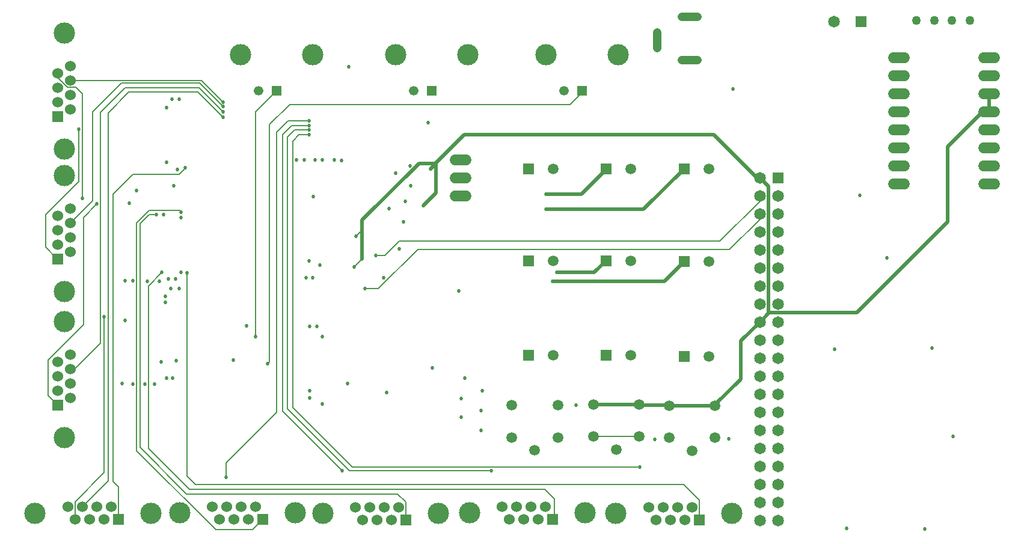
<source format=gbr>
G04 EAGLE Gerber RS-274X export*
G75*
%MOMM*%
%FSLAX34Y34*%
%LPD*%
%INBottom Copper*%
%IPPOS*%
%AMOC8*
5,1,8,0,0,1.08239X$1,22.5*%
G01*
G04 Define Apertures*
%ADD10R,1.500000X1.500000*%
%ADD11C,1.500000*%
%ADD12C,1.524000*%
%ADD13R,1.335000X1.335000*%
%ADD14C,1.335000*%
%ADD15C,3.000000*%
%ADD16C,1.524000*%
%ADD17R,1.524000X1.524000*%
%ADD18C,1.200000*%
%ADD19C,1.260000*%
%ADD20R,1.650000X1.650000*%
%ADD21C,1.650000*%
%ADD22C,0.525000*%
%ADD23C,0.152400*%
%ADD24C,0.508000*%
D10*
X967990Y326740D03*
D11*
X1002990Y326740D03*
D12*
X1389150Y569490D02*
X1404390Y569490D01*
X1404390Y594890D02*
X1389150Y594890D01*
X1389150Y620290D02*
X1404390Y620290D01*
X1404390Y645690D02*
X1389150Y645690D01*
X1389150Y671090D02*
X1404390Y671090D01*
X1404390Y696490D02*
X1389150Y696490D01*
X1389150Y721890D02*
X1404390Y721890D01*
X1404390Y747290D02*
X1389150Y747290D01*
X1277390Y569490D02*
X1262150Y569490D01*
X1262150Y594890D02*
X1277390Y594890D01*
X1277390Y620290D02*
X1262150Y620290D01*
X1262150Y645690D02*
X1277390Y645690D01*
X1277390Y671090D02*
X1262150Y671090D01*
X1262150Y696490D02*
X1277390Y696490D01*
X1277390Y721890D02*
X1262150Y721890D01*
X1262150Y747290D02*
X1277390Y747290D01*
D13*
X393470Y700300D03*
D14*
X368070Y700300D03*
D15*
X444270Y751100D03*
X342670Y751100D03*
D13*
X824000Y700300D03*
D14*
X798600Y700300D03*
D15*
X874800Y751100D03*
X773200Y751100D03*
D16*
X917680Y114070D03*
X938000Y114070D03*
X958320Y114070D03*
X978640Y114070D03*
X927840Y96290D03*
X948160Y96290D03*
X968480Y96290D03*
D17*
X988800Y96290D03*
D15*
X1034740Y105480D03*
X871740Y105480D03*
D16*
X711171Y114571D03*
X731491Y114571D03*
X751811Y114571D03*
X772131Y114571D03*
X721331Y96791D03*
X741651Y96791D03*
X761971Y96791D03*
D17*
X782291Y96791D03*
D15*
X828231Y105981D03*
X665231Y105981D03*
D16*
X504930Y114070D03*
X525250Y114070D03*
X545570Y114070D03*
X565890Y114070D03*
X515090Y96290D03*
X535410Y96290D03*
X555730Y96290D03*
D17*
X576050Y96290D03*
D15*
X621990Y105480D03*
X458990Y105480D03*
D16*
X303271Y114801D03*
X323591Y114801D03*
X343911Y114801D03*
X364231Y114801D03*
X313431Y97021D03*
X333751Y97021D03*
X354071Y97021D03*
D17*
X374391Y97021D03*
D15*
X420331Y106211D03*
X257331Y106211D03*
D16*
X99645Y114375D03*
X119965Y114375D03*
X140285Y114375D03*
X160605Y114375D03*
X109805Y96595D03*
X130125Y96595D03*
X150445Y96595D03*
D17*
X170765Y96595D03*
D15*
X216705Y105785D03*
X53705Y105785D03*
D16*
X103400Y329160D03*
X103400Y308840D03*
X103400Y288520D03*
X103400Y268200D03*
X85620Y319000D03*
X85620Y298680D03*
X85620Y278360D03*
D17*
X85620Y258040D03*
D15*
X94810Y212100D03*
X94810Y375100D03*
D16*
X103400Y534900D03*
X103400Y514580D03*
X103400Y494260D03*
X103400Y473940D03*
X85620Y524740D03*
X85620Y504420D03*
X85620Y484100D03*
D17*
X85620Y463780D03*
D15*
X94810Y417840D03*
X94810Y580840D03*
D16*
X103400Y735560D03*
X103400Y715240D03*
X103400Y694920D03*
X103400Y674600D03*
X85620Y725400D03*
X85620Y705080D03*
X85620Y684760D03*
D17*
X85620Y664440D03*
D15*
X94810Y618500D03*
X94810Y781500D03*
D18*
X964410Y804370D02*
X986410Y804370D01*
X929410Y782870D02*
X929410Y760870D01*
X964410Y743370D02*
X986410Y743370D01*
D19*
X1294870Y799870D03*
X1319870Y799870D03*
X1344870Y799870D03*
X1369870Y799870D03*
D10*
X857500Y328010D03*
D11*
X892500Y328010D03*
D10*
X748280Y328010D03*
D11*
X783280Y328010D03*
D10*
X967990Y460090D03*
D11*
X1002990Y460090D03*
D10*
X857500Y461360D03*
D11*
X892500Y461360D03*
D10*
X748280Y461360D03*
D11*
X783280Y461360D03*
D10*
X967990Y590900D03*
D11*
X1002990Y590900D03*
D10*
X857500Y590900D03*
D11*
X892500Y590900D03*
D10*
X748280Y590900D03*
D11*
X783280Y590900D03*
D13*
X611910Y700300D03*
D14*
X586510Y700300D03*
D15*
X662710Y751100D03*
X561110Y751100D03*
D20*
X1216430Y798090D03*
D21*
X1178330Y798090D03*
D20*
X1099550Y578230D03*
D21*
X1074150Y578230D03*
X1099550Y552830D03*
X1074150Y552830D03*
X1099550Y527430D03*
X1074150Y527430D03*
X1099550Y502030D03*
X1074150Y502030D03*
X1099550Y476630D03*
X1074150Y476630D03*
X1099550Y451230D03*
X1074150Y451230D03*
X1099550Y425830D03*
X1074150Y425830D03*
X1099550Y400430D03*
X1074150Y400430D03*
X1099550Y375030D03*
X1074150Y375030D03*
X1099550Y349630D03*
X1074150Y349630D03*
X1099550Y324230D03*
X1074150Y324230D03*
X1099550Y298830D03*
X1074150Y298830D03*
X1099550Y273430D03*
X1074150Y273430D03*
X1099550Y248030D03*
X1074150Y248030D03*
X1099550Y222630D03*
X1074150Y222630D03*
X1099550Y197230D03*
X1074150Y197230D03*
X1099550Y171830D03*
X1074150Y171830D03*
X1099550Y146430D03*
X1074150Y146430D03*
X1099550Y121030D03*
X1074150Y121030D03*
X1099550Y95630D03*
X1074150Y95630D03*
D12*
X660630Y552120D02*
X645390Y552120D01*
X645390Y577520D02*
X660630Y577520D01*
X660630Y602920D02*
X645390Y602920D01*
D11*
X946460Y256986D03*
X1011460Y256986D03*
X1011460Y211986D03*
X946460Y211986D03*
X978960Y193486D03*
X839780Y258390D03*
X904780Y258390D03*
X904780Y213390D03*
X839780Y213390D03*
X872280Y194890D03*
X724940Y257390D03*
X789940Y257390D03*
X789940Y212390D03*
X724940Y212390D03*
X757440Y193890D03*
D22*
X1036090Y702840D03*
X1215160Y552980D03*
X1030280Y210670D03*
X1306600Y83080D03*
X1196110Y84350D03*
X650340Y418280D03*
X1345970Y213890D03*
X926140Y209400D03*
X1179830Y336880D03*
X1253490Y465150D03*
X1316990Y337820D03*
X815340Y257810D03*
X654050Y266700D03*
X659130Y295910D03*
X248920Y566420D03*
X196850Y560070D03*
X440690Y368300D03*
X450850Y368300D03*
X245110Y421640D03*
X256540Y421640D03*
X654050Y240877D03*
X421640Y603250D03*
X448310Y603250D03*
X474980Y603250D03*
X176530Y288290D03*
X191770Y287020D03*
X208280Y287020D03*
X222250Y287020D03*
X238760Y295910D03*
X247650Y295910D03*
X351790Y369570D03*
X231140Y318770D03*
X180340Y433070D03*
X191770Y433070D03*
X212090Y431800D03*
X228600Y431800D03*
X238760Y599440D03*
X259191Y521970D03*
X234950Y525780D03*
X256540Y688340D03*
X238760Y676910D03*
X241300Y435610D03*
X254000Y589280D03*
X259080Y444500D03*
X440690Y278130D03*
X440690Y267970D03*
X494030Y288290D03*
X444500Y436880D03*
X435610Y436880D03*
X439420Y461351D03*
X495300Y734060D03*
X575310Y544596D03*
X572770Y515620D03*
X581660Y594656D03*
X582930Y566420D03*
X607060Y655320D03*
X332470Y321310D03*
X613410Y309880D03*
X237166Y402266D03*
X180340Y377190D03*
X485140Y601980D03*
X683260Y278130D03*
X681990Y250190D03*
X681990Y222250D03*
X237211Y411201D03*
X458470Y603250D03*
X433070Y603250D03*
X252413Y320357D03*
X246380Y688340D03*
X186690Y542290D03*
X251460Y435610D03*
X458470Y259080D03*
X552450Y534670D03*
X561340Y584200D03*
X458470Y354330D03*
X445770Y551180D03*
X548640Y275590D03*
X544830Y436880D03*
X454553Y454660D03*
X566950Y477814D03*
D23*
X109805Y121728D02*
X109805Y96595D01*
X109805Y121728D02*
X150614Y162537D01*
X150614Y382270D01*
D22*
X150614Y382270D03*
D23*
X86890Y724130D02*
X85620Y725400D01*
X111462Y705588D02*
X120650Y696400D01*
X120650Y548640D01*
D22*
X120650Y548640D03*
D23*
X86890Y718100D02*
X86890Y724130D01*
X86890Y718100D02*
X99402Y705588D01*
X111462Y705588D01*
X416560Y254000D02*
X500380Y170180D01*
X905510Y170180D01*
D22*
X905510Y170180D03*
X439453Y638777D03*
D23*
X416560Y629854D02*
X416560Y254000D01*
X425483Y638777D02*
X439453Y638777D01*
X425483Y638777D02*
X416560Y629854D01*
D22*
X439420Y658370D03*
D23*
X410210Y658370D01*
X393700Y641860D01*
X393700Y247650D01*
X322580Y176530D01*
X322580Y156210D01*
D22*
X322580Y156210D03*
D23*
X408940Y252730D02*
X408940Y635170D01*
X408940Y252730D02*
X496570Y165100D01*
X695960Y165100D01*
D22*
X695960Y165100D03*
X439453Y645297D03*
D23*
X419067Y645297D01*
X408940Y635170D01*
X156541Y669621D02*
X156541Y150951D01*
X119965Y114375D01*
D22*
X318770Y662940D03*
D23*
X283210Y698500D01*
X185420Y698500D01*
X156541Y669621D01*
X402590Y639150D02*
X402590Y248920D01*
X486410Y165100D01*
D22*
X486410Y165100D03*
X439453Y651817D03*
D23*
X415257Y651817D01*
X402590Y639150D01*
D22*
X318770Y670560D03*
D23*
X284480Y704850D01*
X180340Y704850D01*
X145957Y345047D02*
X109750Y308840D01*
X103400Y308840D01*
X145957Y345047D02*
X145957Y670467D01*
X180340Y704850D01*
X103400Y715240D02*
X288230Y715240D01*
D22*
X318803Y684733D03*
D23*
X318737Y684733D02*
X288230Y715240D01*
X318737Y684733D02*
X318803Y684733D01*
D22*
X318770Y678180D03*
D23*
X285750Y711200D01*
X175260Y711200D01*
X134620Y670560D01*
X134620Y545800D02*
X103400Y514580D01*
X134620Y545800D02*
X134620Y670560D01*
D22*
X773430Y533400D03*
D24*
X910490Y533400D01*
X967990Y590900D01*
D22*
X773430Y554990D03*
D24*
X857500Y589530D02*
X857500Y590900D01*
X857500Y589530D02*
X822960Y554990D01*
X773430Y554990D01*
X1387880Y671090D02*
X1395500Y671090D01*
X1396770Y671090D01*
X1396770Y672360D02*
X1396770Y696490D01*
X1396770Y672360D02*
X1395500Y671090D01*
X1387880Y671090D02*
X1338350Y621560D01*
X1047520Y348400D02*
X1047520Y294316D01*
X1047520Y348400D02*
X1074150Y375030D01*
X1338350Y516150D02*
X1338350Y621560D01*
X1047520Y294316D02*
X1011460Y258256D01*
X1011460Y256986D01*
X946460Y256986D01*
X945460Y257986D01*
X905185Y257986D01*
X904780Y258390D01*
X839780Y258390D01*
X1210560Y388360D02*
X1338350Y516150D01*
X1210560Y388360D02*
X1087480Y388360D01*
X1074150Y375030D01*
X1074150Y578230D02*
X1070230Y578230D01*
X1009650Y638810D01*
X657860Y638810D01*
X617220Y598170D01*
D22*
X610870Y590550D03*
D24*
X618490Y598170D01*
X594360Y598170D02*
X514350Y518160D01*
X514350Y504190D01*
X514350Y463550D01*
X1074150Y578230D02*
X1086210Y566170D01*
X1086210Y387090D01*
X1074150Y375030D01*
D22*
X505460Y495300D03*
D24*
X594360Y598170D02*
X617220Y598170D01*
X618490Y598170D01*
D22*
X502920Y452120D03*
D23*
X514350Y463550D01*
X505460Y495300D02*
X514350Y504190D01*
D24*
X618490Y556260D02*
X618490Y598170D01*
X618490Y556260D02*
X600710Y538480D01*
D22*
X600710Y538480D03*
D23*
X839780Y213390D02*
X904780Y213390D01*
X393470Y700300D02*
X364490Y671320D01*
X364490Y354330D01*
D22*
X364490Y354330D03*
D23*
X518160Y421640D02*
X537210Y421640D01*
D22*
X518160Y421640D03*
D23*
X537210Y421640D02*
X592812Y477242D01*
X1031582Y477242D01*
X1074150Y519810D02*
X1074150Y527430D01*
X1074150Y519810D02*
X1031582Y477242D01*
D22*
X533646Y468876D03*
D23*
X1074150Y545210D02*
X1074150Y552830D01*
X1074150Y545210D02*
X1017866Y488926D01*
X566396Y488926D01*
X546346Y468876D01*
X533646Y468876D01*
D22*
X381000Y316230D03*
D23*
X383540Y318770D02*
X383540Y652780D01*
X383540Y318770D02*
X381000Y316230D01*
X383540Y652780D02*
X412193Y681433D01*
X824000Y698146D02*
X824000Y700300D01*
X824000Y698146D02*
X807287Y681433D01*
X412193Y681433D01*
X279400Y146050D02*
X966660Y146050D01*
X988800Y123910D01*
X988800Y96290D01*
D22*
X267632Y444429D03*
D23*
X267632Y157818D01*
X279400Y146050D01*
D22*
X232410Y444500D03*
D23*
X213360Y425450D01*
X213360Y196850D01*
X784860Y125730D02*
X784860Y99360D01*
X782291Y96791D01*
X784860Y125730D02*
X771144Y139446D01*
X270764Y139446D02*
X213360Y196850D01*
X270764Y139446D02*
X771144Y139446D01*
X214207Y531707D02*
X196850Y514350D01*
X196850Y193601D02*
X307901Y82550D01*
X196850Y193601D02*
X196850Y514350D01*
X307901Y82550D02*
X359920Y82550D01*
X374391Y97021D01*
X259185Y529695D02*
X257174Y531707D01*
X214207Y531707D01*
D22*
X259191Y529695D03*
D23*
X259185Y529695D01*
D22*
X224790Y525780D03*
D23*
X214630Y525780D01*
X201930Y513080D01*
X201930Y198120D01*
X576050Y121180D02*
X576050Y96290D01*
X576050Y121180D02*
X564388Y132842D01*
X267208Y132842D02*
X201930Y198120D01*
X267208Y132842D02*
X564388Y132842D01*
X163145Y554990D02*
X191085Y582930D01*
X170765Y142635D02*
X170765Y96595D01*
X170765Y142635D02*
X163145Y150255D01*
X163145Y554990D01*
D22*
X265057Y592315D03*
D23*
X256942Y582930D02*
X191085Y582930D01*
X265057Y591045D02*
X265057Y592315D01*
X265057Y591045D02*
X256942Y582930D01*
D22*
X140970Y541020D03*
D23*
X121920Y521970D01*
X121920Y370840D01*
X72390Y321310D01*
X72390Y271270D01*
X85620Y258040D01*
D22*
X115570Y646007D03*
D23*
X115570Y572770D01*
X68580Y525780D01*
X68580Y480060D01*
X84860Y463780D01*
X85620Y463780D01*
D22*
X788670Y444500D03*
D24*
X840640Y444500D01*
X857500Y461360D01*
D22*
X782320Y431800D03*
D24*
X939700Y431800D01*
X967990Y460090D01*
M02*

</source>
